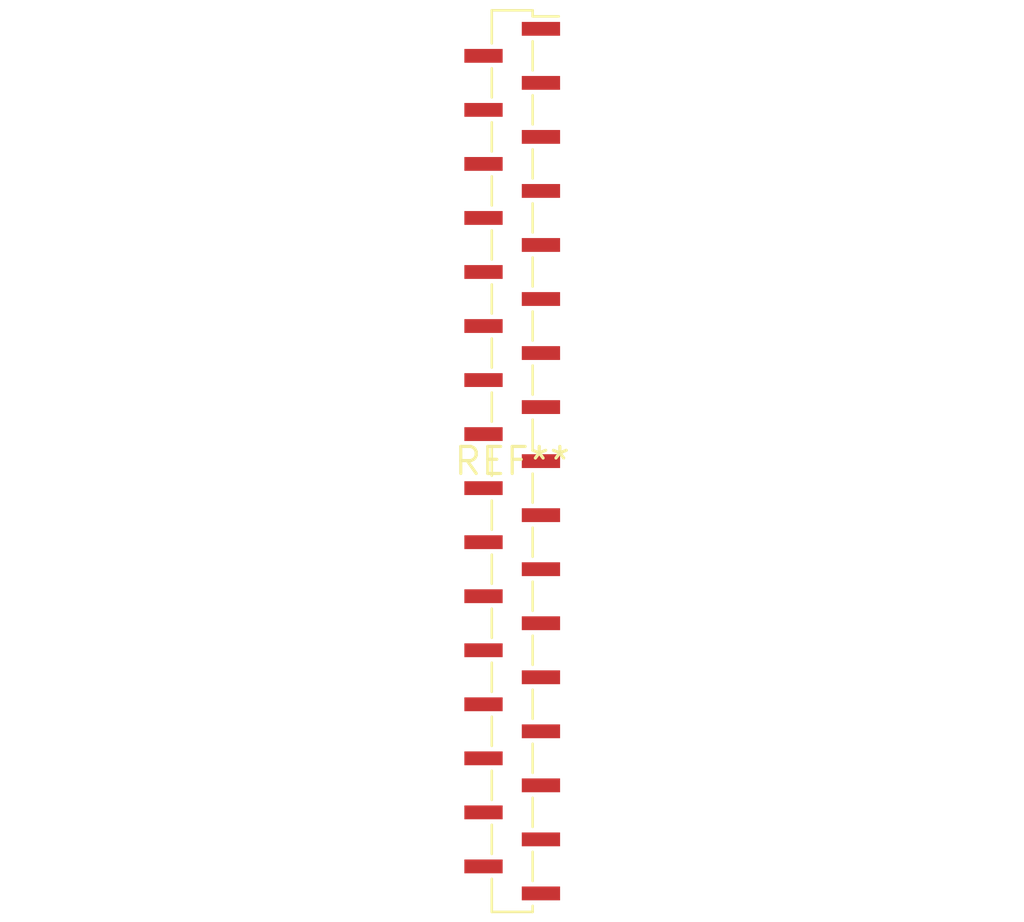
<source format=kicad_pcb>
(kicad_pcb (version 20240108) (generator pcbnew)
  (layers (0 "F.Cu" signal) (31 "B.Cu" signal) (34 "B.Paste" user) (35 "F.Paste" user) (36 "B.SilkS" user "B.Silkscreen") (37 "F.SilkS" user "F.Silkscreen") (38 "B.Mask" user) (39 "F.Mask" user) (44 "Edge.Cuts" user))
  (net 0 "")
  (footprint "PinSocket_1x33_P1.27mm_Vertical_SMD_Pin1Right" (layer "F.Cu") (at 0 0)
    (property "Reference" "REF**")
    (property "Value" "PinSocket_1x33_P1.27mm_Vertical_SMD_Pin1Right")
    (fp_line (start -0.96 -21.19) (end -0.96 -19.635) (layer "F.SilkS") (stroke (width 0.12)))
    (fp_line (start -0.96 -21.19) (end 0.96 -21.19) (layer "F.SilkS") (stroke (width 0.12)))
    (fp_line (start -0.96 -18.465) (end -0.96 -17.095) (layer "F.SilkS") (stroke (width 0.12)))
    (fp_line (start -0.96 -15.925) (end -0.96 -14.555) (layer "F.SilkS") (stroke (width 0.12)))
    (fp_line (start -0.96 -13.385) (end -0.96 -12.015) (layer "F.SilkS") (stroke (width 0.12)))
    (fp_line (start -0.96 -10.845) (end -0.96 -9.475) (layer "F.SilkS") (stroke (width 0.12)))
    (fp_line (start -0.96 -8.305) (end -0.96 -6.935) (layer "F.SilkS") (stroke (width 0.12)))
    (fp_line (start -0.96 -5.765) (end -0.96 -4.395) (layer "F.SilkS") (stroke (width 0.12)))
    (fp_line (start -0.96 -3.225) (end -0.96 -1.855) (layer "F.SilkS") (stroke (width 0.12)))
    (fp_line (start -0.96 -0.685) (end -0.96 0.685) (layer "F.SilkS") (stroke (width 0.12)))
    (fp_line (start -0.96 1.855) (end -0.96 3.225) (layer "F.SilkS") (stroke (width 0.12)))
    (fp_line (start -0.96 4.395) (end -0.96 5.765) (layer "F.SilkS") (stroke (width 0.12)))
    (fp_line (start -0.96 6.935) (end -0.96 8.305) (layer "F.SilkS") (stroke (width 0.12)))
    (fp_line (start -0.96 9.475) (end -0.96 10.845) (layer "F.SilkS") (stroke (width 0.12)))
    (fp_line (start -0.96 12.015) (end -0.96 13.385) (layer "F.SilkS") (stroke (width 0.12)))
    (fp_line (start -0.96 14.555) (end -0.96 15.925) (layer "F.SilkS") (stroke (width 0.12)))
    (fp_line (start -0.96 17.095) (end -0.96 18.465) (layer "F.SilkS") (stroke (width 0.12)))
    (fp_line (start -0.96 19.635) (end -0.96 21.19) (layer "F.SilkS") (stroke (width 0.12)))
    (fp_line (start -0.96 21.19) (end 0.96 21.19) (layer "F.SilkS") (stroke (width 0.12)))
    (fp_line (start 0.96 -21.19) (end 0.96 -20.905) (layer "F.SilkS") (stroke (width 0.12)))
    (fp_line (start 0.96 -20.905) (end 2.19 -20.905) (layer "F.SilkS") (stroke (width 0.12)))
    (fp_line (start 0.96 -19.735) (end 0.96 -18.365) (layer "F.SilkS") (stroke (width 0.12)))
    (fp_line (start 0.96 -17.195) (end 0.96 -15.825) (layer "F.SilkS") (stroke (width 0.12)))
    (fp_line (start 0.96 -14.655) (end 0.96 -13.285) (layer "F.SilkS") (stroke (width 0.12)))
    (fp_line (start 0.96 -12.115) (end 0.96 -10.745) (layer "F.SilkS") (stroke (width 0.12)))
    (fp_line (start 0.96 -9.575) (end 0.96 -8.205) (layer "F.SilkS") (stroke (width 0.12)))
    (fp_line (start 0.96 -7.035) (end 0.96 -5.665) (layer "F.SilkS") (stroke (width 0.12)))
    (fp_line (start 0.96 -4.495) (end 0.96 -3.125) (layer "F.SilkS") (stroke (width 0.12)))
    (fp_line (start 0.96 -1.955) (end 0.96 -0.585) (layer "F.SilkS") (stroke (width 0.12)))
    (fp_line (start 0.96 0.585) (end 0.96 1.955) (layer "F.SilkS") (stroke (width 0.12)))
    (fp_line (start 0.96 3.125) (end 0.96 4.495) (layer "F.SilkS") (stroke (width 0.12)))
    (fp_line (start 0.96 5.665) (end 0.96 7.035) (layer "F.SilkS") (stroke (width 0.12)))
    (fp_line (start 0.96 8.205) (end 0.96 9.575) (layer "F.SilkS") (stroke (width 0.12)))
    (fp_line (start 0.96 10.745) (end 0.96 12.115) (layer "F.SilkS") (stroke (width 0.12)))
    (fp_line (start 0.96 13.285) (end 0.96 14.655) (layer "F.SilkS") (stroke (width 0.12)))
    (fp_line (start 0.96 15.825) (end 0.96 17.195) (layer "F.SilkS") (stroke (width 0.12)))
    (fp_line (start 0.96 18.365) (end 0.96 19.735) (layer "F.SilkS") (stroke (width 0.12)))
    (fp_line (start 0.96 20.905) (end 0.96 21.19) (layer "F.SilkS") (stroke (width 0.12)))
    (pad "1" smd rect (at 1.35 -20.32) (size 1.8 0.65) (layers "F.Cu" "F.Paste" "F.Mask"))
    (pad "2" smd rect (at -1.35 -19.05) (size 1.8 0.65) (layers "F.Cu" "F.Paste" "F.Mask"))
    (pad "3" smd rect (at 1.35 -17.78) (size 1.8 0.65) (layers "F.Cu" "F.Paste" "F.Mask"))
    (pad "4" smd rect (at -1.35 -16.51) (size 1.8 0.65) (layers "F.Cu" "F.Paste" "F.Mask"))
    (pad "5" smd rect (at 1.35 -15.24) (size 1.8 0.65) (layers "F.Cu" "F.Paste" "F.Mask"))
    (pad "6" smd rect (at -1.35 -13.97) (size 1.8 0.65) (layers "F.Cu" "F.Paste" "F.Mask"))
    (pad "7" smd rect (at 1.35 -12.7) (size 1.8 0.65) (layers "F.Cu" "F.Paste" "F.Mask"))
    (pad "8" smd rect (at -1.35 -11.43) (size 1.8 0.65) (layers "F.Cu" "F.Paste" "F.Mask"))
    (pad "9" smd rect (at 1.35 -10.16) (size 1.8 0.65) (layers "F.Cu" "F.Paste" "F.Mask"))
    (pad "10" smd rect (at -1.35 -8.89) (size 1.8 0.65) (layers "F.Cu" "F.Paste" "F.Mask"))
    (pad "11" smd rect (at 1.35 -7.62) (size 1.8 0.65) (layers "F.Cu" "F.Paste" "F.Mask"))
    (pad "12" smd rect (at -1.35 -6.35) (size 1.8 0.65) (layers "F.Cu" "F.Paste" "F.Mask"))
    (pad "13" smd rect (at 1.35 -5.08) (size 1.8 0.65) (layers "F.Cu" "F.Paste" "F.Mask"))
    (pad "14" smd rect (at -1.35 -3.81) (size 1.8 0.65) (layers "F.Cu" "F.Paste" "F.Mask"))
    (pad "15" smd rect (at 1.35 -2.54) (size 1.8 0.65) (layers "F.Cu" "F.Paste" "F.Mask"))
    (pad "16" smd rect (at -1.35 -1.27) (size 1.8 0.65) (layers "F.Cu" "F.Paste" "F.Mask"))
    (pad "17" smd rect (at 1.35 0) (size 1.8 0.65) (layers "F.Cu" "F.Paste" "F.Mask"))
    (pad "18" smd rect (at -1.35 1.27) (size 1.8 0.65) (layers "F.Cu" "F.Paste" "F.Mask"))
    (pad "19" smd rect (at 1.35 2.54) (size 1.8 0.65) (layers "F.Cu" "F.Paste" "F.Mask"))
    (pad "20" smd rect (at -1.35 3.81) (size 1.8 0.65) (layers "F.Cu" "F.Paste" "F.Mask"))
    (pad "21" smd rect (at 1.35 5.08) (size 1.8 0.65) (layers "F.Cu" "F.Paste" "F.Mask"))
    (pad "22" smd rect (at -1.35 6.35) (size 1.8 0.65) (layers "F.Cu" "F.Paste" "F.Mask"))
    (pad "23" smd rect (at 1.35 7.62) (size 1.8 0.65) (layers "F.Cu" "F.Paste" "F.Mask"))
    (pad "24" smd rect (at -1.35 8.89) (size 1.8 0.65) (layers "F.Cu" "F.Paste" "F.Mask"))
    (pad "25" smd rect (at 1.35 10.16) (size 1.8 0.65) (layers "F.Cu" "F.Paste" "F.Mask"))
    (pad "26" smd rect (at -1.35 11.43) (size 1.8 0.65) (layers "F.Cu" "F.Paste" "F.Mask"))
    (pad "27" smd rect (at 1.35 12.7) (size 1.8 0.65) (layers "F.Cu" "F.Paste" "F.Mask"))
    (pad "28" smd rect (at -1.35 13.97) (size 1.8 0.65) (layers "F.Cu" "F.Paste" "F.Mask"))
    (pad "29" smd rect (at 1.35 15.24) (size 1.8 0.65) (layers "F.Cu" "F.Paste" "F.Mask"))
    (pad "30" smd rect (at -1.35 16.51) (size 1.8 0.65) (layers "F.Cu" "F.Paste" "F.Mask"))
    (pad "31" smd rect (at 1.35 17.78) (size 1.8 0.65) (layers "F.Cu" "F.Paste" "F.Mask"))
    (pad "32" smd rect (at -1.35 19.05) (size 1.8 0.65) (layers "F.Cu" "F.Paste" "F.Mask"))
    (pad "33" smd rect (at 1.35 20.32) (size 1.8 0.65) (layers "F.Cu" "F.Paste" "F.Mask"))
  )
)
</source>
